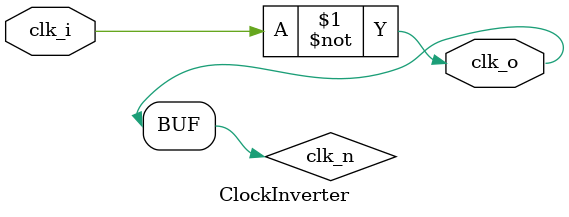
<source format=sv>


module ClockInverter #(
    parameter DELAY = 0
)(
    input  wire logic clk_i,
    output wire logic clk_o
);

    wire logic clk_n;

    // synopsys translate_off
    generate
        if (DELAY) begin: WITH_DELAY
            assign #DELAY clk_n = ~clk_i;
        end
        else begin: NO_DELAY
    // synopsys translate_on
            assign clk_n = ~clk_i;
    // synopsys translate_off
        end
    endgenerate
    // synopsys translate_on

    assign clk_o = clk_n;

endmodule

</source>
